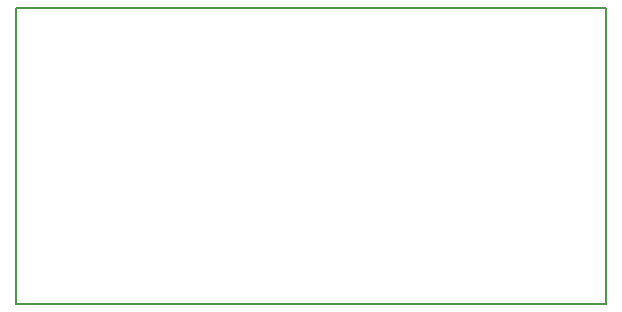
<source format=gm1>
G04 #@! TF.FileFunction,Profile,NP*
%FSLAX46Y46*%
G04 Gerber Fmt 4.6, Leading zero omitted, Abs format (unit mm)*
G04 Created by KiCad (PCBNEW 0.201604290946+6713~44~ubuntu14.04.1-product) date Mon 11 Jul 2016 15:01:41 CEST*
%MOMM*%
%LPD*%
G01*
G04 APERTURE LIST*
%ADD10C,0.100000*%
%ADD11C,0.150000*%
G04 APERTURE END LIST*
D10*
D11*
X125000000Y-136000000D02*
X125000000Y-111000000D01*
X75000000Y-136000000D02*
X125000000Y-136000000D01*
X75000000Y-111000000D02*
X75000000Y-136000000D01*
X125000000Y-111000000D02*
X75000000Y-111000000D01*
M02*

</source>
